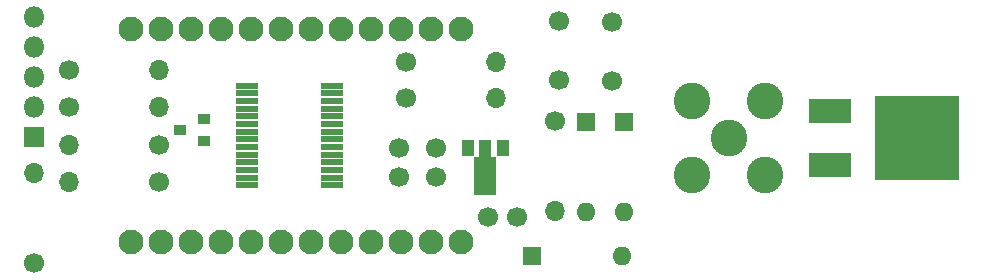
<source format=gbr>
%TF.GenerationSoftware,KiCad,Pcbnew,(5.1.6-0-10_14)*%
%TF.CreationDate,2021-03-20T13:28:09-06:00*%
%TF.ProjectId,rf_dummy_50ohm_20W,72665f64-756d-46d7-995f-35306f686d5f,rev?*%
%TF.SameCoordinates,Original*%
%TF.FileFunction,Soldermask,Top*%
%TF.FilePolarity,Negative*%
%FSLAX46Y46*%
G04 Gerber Fmt 4.6, Leading zero omitted, Abs format (unit mm)*
G04 Created by KiCad (PCBNEW (5.1.6-0-10_14)) date 2021-03-20 13:28:09*
%MOMM*%
%LPD*%
G01*
G04 APERTURE LIST*
%ADD10O,1.700000X1.700000*%
%ADD11C,1.700000*%
%ADD12O,1.600000X1.600000*%
%ADD13R,1.600000X1.600000*%
%ADD14R,7.100000X7.100000*%
%ADD15R,3.600000X2.100000*%
%ADD16C,2.100000*%
%ADD17C,3.100000*%
%ADD18R,1.850000X0.550000*%
%ADD19R,1.000000X0.900000*%
%ADD20C,0.100000*%
%ADD21R,1.000000X1.400000*%
%ADD22O,1.800000X1.800000*%
%ADD23R,1.800000X1.800000*%
G04 APERTURE END LIST*
D10*
%TO.C,R10*%
X128016000Y-95123000D03*
D11*
X120396000Y-95123000D03*
%TD*%
D10*
%TO.C,R9*%
X128016000Y-91948000D03*
D11*
X120396000Y-91948000D03*
%TD*%
D10*
%TO.C,R8*%
X120396000Y-98298000D03*
D11*
X128016000Y-98298000D03*
%TD*%
D10*
%TO.C,R7*%
X117475000Y-100711000D03*
D11*
X117475000Y-108331000D03*
%TD*%
D10*
%TO.C,R6*%
X120396000Y-101473000D03*
D11*
X128016000Y-101473000D03*
%TD*%
%TO.C,C4*%
X151511000Y-101052000D03*
X151511000Y-98552000D03*
%TD*%
%TO.C,C5*%
X148336000Y-101052000D03*
X148336000Y-98552000D03*
%TD*%
D10*
%TO.C,R5*%
X161544000Y-103886000D03*
D11*
X161544000Y-96266000D03*
%TD*%
D10*
%TO.C,R4*%
X156591000Y-94361000D03*
D11*
X148971000Y-94361000D03*
%TD*%
D10*
%TO.C,R3*%
X156591000Y-91313000D03*
D11*
X148971000Y-91313000D03*
%TD*%
D12*
%TO.C,D1*%
X167259000Y-107696000D03*
D13*
X159639000Y-107696000D03*
%TD*%
D14*
%TO.C,R1*%
X192248500Y-97740500D03*
D15*
X184848500Y-100020500D03*
X184848500Y-95440500D03*
%TD*%
D11*
%TO.C,C2*%
X158369000Y-104394000D03*
X155869000Y-104394000D03*
%TD*%
D12*
%TO.C,D3*%
X164211000Y-104013000D03*
D13*
X164211000Y-96393000D03*
%TD*%
D16*
%TO.C,U4*%
X125667762Y-88461500D03*
X128207762Y-88461500D03*
X130747762Y-88461500D03*
X133287762Y-88461500D03*
X135827762Y-88461500D03*
X138367762Y-88461500D03*
X140907762Y-88461500D03*
X143447762Y-88461500D03*
X145987762Y-88461500D03*
X148527762Y-88461500D03*
X151067762Y-88461500D03*
X153607762Y-88461500D03*
X153607762Y-106561500D03*
X151067762Y-106561500D03*
X148527762Y-106561500D03*
X145987762Y-106561500D03*
X143447762Y-106561500D03*
X140907762Y-106561500D03*
X138367762Y-106561500D03*
X135827762Y-106561500D03*
X133287762Y-106561500D03*
X130747762Y-106561500D03*
X128207762Y-106561500D03*
X125667762Y-106561500D03*
%TD*%
D17*
%TO.C,J1*%
X179406000Y-100875000D03*
X176276000Y-97745000D03*
X173146000Y-100875000D03*
X179406000Y-94615000D03*
X173146000Y-94615000D03*
%TD*%
D18*
%TO.C,U3*%
X142729762Y-93286500D03*
X142729762Y-93936500D03*
X142729762Y-94586500D03*
X142729762Y-95236500D03*
X142729762Y-95886500D03*
X142729762Y-96536500D03*
X142729762Y-97186500D03*
X142729762Y-97836500D03*
X142729762Y-98486500D03*
X142729762Y-99136500D03*
X142729762Y-99786500D03*
X142729762Y-100436500D03*
X142729762Y-101086500D03*
X142729762Y-101736500D03*
X135529762Y-101736500D03*
X135529762Y-101086500D03*
X135529762Y-100436500D03*
X135529762Y-99786500D03*
X135529762Y-99136500D03*
X135529762Y-98486500D03*
X135529762Y-97836500D03*
X135529762Y-97186500D03*
X135529762Y-96536500D03*
X135529762Y-95886500D03*
X135529762Y-95236500D03*
X135529762Y-94586500D03*
X135529762Y-93936500D03*
X135529762Y-93286500D03*
%TD*%
D19*
%TO.C,U2*%
X129826000Y-97028000D03*
X131826000Y-96078000D03*
X131826000Y-97978000D03*
%TD*%
D20*
%TO.C,U1*%
G36*
X156593539Y-102511755D02*
G01*
X156590694Y-102521134D01*
X156586073Y-102529779D01*
X156579855Y-102537355D01*
X156572279Y-102543573D01*
X156563634Y-102548194D01*
X156554255Y-102551039D01*
X156544500Y-102552000D01*
X154811500Y-102552000D01*
X154801745Y-102551039D01*
X154792366Y-102548194D01*
X154783721Y-102543573D01*
X154776145Y-102537355D01*
X154769927Y-102529779D01*
X154765306Y-102521134D01*
X154762461Y-102511755D01*
X154761500Y-102502000D01*
X154761500Y-99377000D01*
X154762461Y-99367245D01*
X154765306Y-99357866D01*
X154769927Y-99349221D01*
X154776145Y-99341645D01*
X154783721Y-99335427D01*
X154792366Y-99330806D01*
X154801745Y-99327961D01*
X154811500Y-99327000D01*
X155178000Y-99327000D01*
X155178000Y-97902000D01*
X155178961Y-97892245D01*
X155181806Y-97882866D01*
X155186427Y-97874221D01*
X155192645Y-97866645D01*
X155200221Y-97860427D01*
X155208866Y-97855806D01*
X155218245Y-97852961D01*
X155228000Y-97852000D01*
X156128000Y-97852000D01*
X156137755Y-97852961D01*
X156147134Y-97855806D01*
X156155779Y-97860427D01*
X156163355Y-97866645D01*
X156169573Y-97874221D01*
X156174194Y-97882866D01*
X156177039Y-97892245D01*
X156178000Y-97902000D01*
X156178000Y-99327000D01*
X156544500Y-99327000D01*
X156554255Y-99327961D01*
X156563634Y-99330806D01*
X156572279Y-99335427D01*
X156579855Y-99341645D01*
X156586073Y-99349221D01*
X156590694Y-99357866D01*
X156593539Y-99367245D01*
X156594500Y-99377000D01*
X156594500Y-102502000D01*
X156593539Y-102511755D01*
G37*
D21*
X154178000Y-98552000D03*
X157178000Y-98552000D03*
%TD*%
D22*
%TO.C,J2*%
X117475000Y-87503000D03*
X117475000Y-90043000D03*
X117475000Y-92583000D03*
X117475000Y-95123000D03*
D23*
X117475000Y-97663000D03*
%TD*%
D12*
%TO.C,D2*%
X167386000Y-104013000D03*
D13*
X167386000Y-96393000D03*
%TD*%
D11*
%TO.C,C3*%
X166370000Y-87884000D03*
X166370000Y-92884000D03*
%TD*%
%TO.C,C1*%
X161925000Y-87837000D03*
X161925000Y-92837000D03*
%TD*%
M02*

</source>
